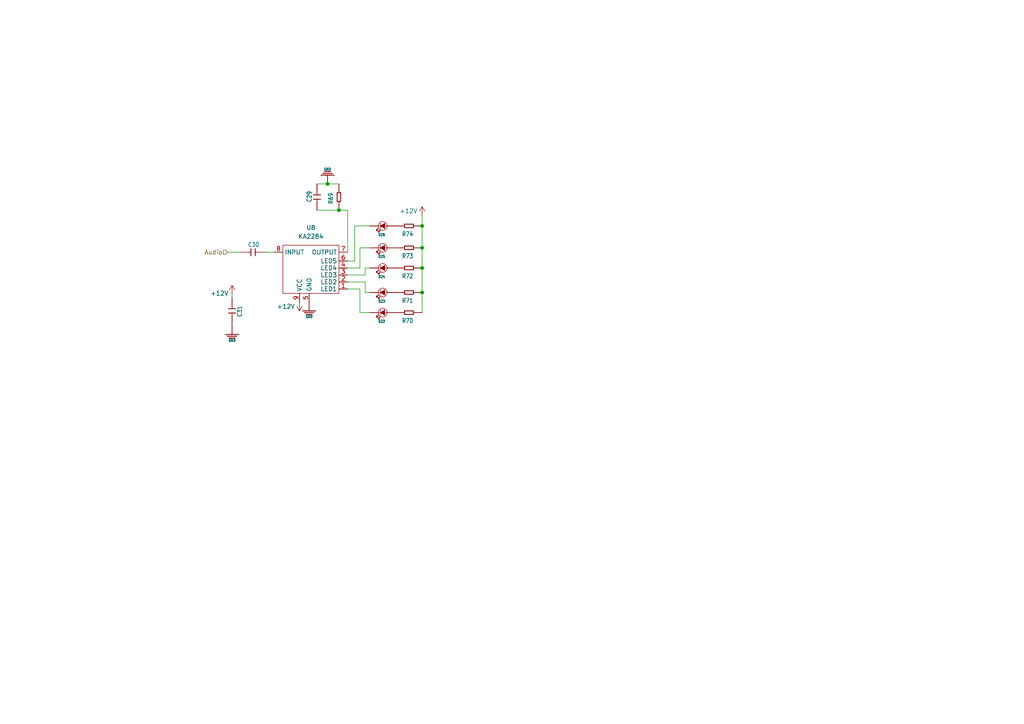
<source format=kicad_sch>
(kicad_sch (version 20211123) (generator eeschema)
  (paper "A4")
  (lib_symbols
    (symbol "TINRS - Wobbler (pico)sch-eagle-import:C-0603"
      (property "Reference" "C" (at -3.81 0 0))
      (property "Value" "C-0603" (at 0 0 0))
      (symbol "C-0603_1_0"
        (polyline (pts (xy -1.27 0) (xy -0.635 0)) (stroke (width 0.1524)))
        (polyline (pts (xy -0.635 -1.016) (xy -0.635 0)) (stroke (width 0.254)))
        (polyline (pts (xy -0.635 0) (xy -0.635 1.016)) (stroke (width 0.254)))
        (polyline (pts (xy 0.635 0) (xy 0.635 -1.016)) (stroke (width 0.254)))
        (polyline (pts (xy 0.635 0) (xy 1.27 0)) (stroke (width 0.1524)))
        (polyline (pts (xy 0.635 1.016) (xy 0.635 0)) (stroke (width 0.254)))
        (pin passive line (at -3.81 0 0) (length 2.54) (name "1") (number "1"))
        (pin passive line (at 3.81 0 180) (length 2.54) (name "2") (number "2"))
      )
    )
    (symbol "TINRS - Wobbler (pico)sch-eagle-import:GND" (power)
      (property "Value" "GND" (at 0 -1.27 0))
      (symbol "GND_1_0"
        (polyline (pts (xy -1.905 0) (xy 1.905 0)) (stroke (width 0.254)))
        (polyline (pts (xy -1.397 -0.508) (xy 1.397 -0.508)) (stroke (width 0.254)))
        (polyline (pts (xy -0.889 -1.016) (xy 0.889 -1.016)) (stroke (width 0.254)))
        (pin power_in line (at 0 2.54 270) (length 2.54) (name "GND") (number "1"))
      )
    )
    (symbol "TINRS - Wobbler (pico)sch-eagle-import:LED3MM"
      (property "Reference" "D" (at -2.54 1.27 0))
      (symbol "LED3MM_1_0"
        (polyline (pts (xy -1.27 0) (xy 0.635 0)) (stroke (width 0.1524)))
        (polyline (pts (xy -0.635 -0.762) (xy -0.635 0.762)) (stroke (width 0.0508)))
        (polyline (pts (xy -0.635 0.762) (xy 0.635 0)) (stroke (width 0.0508)))
        (polyline (pts (xy 0.635 0) (xy -0.635 -0.762)) (stroke (width 0.0508)))
        (polyline (pts (xy 0.635 0) (xy 0.635 -0.762)) (stroke (width 0.1524)))
        (polyline (pts (xy 0.635 0) (xy 1.27 0)) (stroke (width 0.1524)))
        (polyline (pts (xy 0.635 0.762) (xy 0.635 0)) (stroke (width 0.1524)))
        (polyline (pts (xy 0.762 1.27) (xy 1.27 1.778)) (stroke (width 0.254)))
        (polyline (pts (xy 1.016 1.778) (xy 1.27 1.524)) (stroke (width 0.254)))
        (polyline (pts (xy 1.27 0.762) (xy 1.778 1.27)) (stroke (width 0.254)))
        (polyline (pts (xy 1.27 1.524) (xy 1.27 1.778)) (stroke (width 0.254)))
        (polyline (pts (xy 1.27 1.778) (xy 1.016 1.778)) (stroke (width 0.254)))
        (polyline (pts (xy 1.524 1.27) (xy 1.778 1.016)) (stroke (width 0.254)))
        (polyline (pts (xy 1.778 1.016) (xy 1.778 1.27)) (stroke (width 0.254)))
        (polyline (pts (xy 1.778 1.27) (xy 1.524 1.27)) (stroke (width 0.254)))
        (polyline (pts (xy -0.635 0.762) (xy 0.635 0) (xy -0.635 -0.762)) (fill (type outline)))
        (circle (center 0 0) (radius 1.27) (stroke (width 0.1524)))
        (pin passive line (at 3.81 0 180) (length 2.54) (name "K") (number "1"))
        (pin passive line (at -3.81 0 0) (length 2.54) (name "A") (number "2"))
      )
    )
    (symbol "TINRS - Wobbler (pico)sch-eagle-import:R-0603"
      (property "Reference" "R" (at -3.81 0 0))
      (property "Value" "R-0603" (at 2.54 0 0))
      (symbol "R-0603_1_0"
        (polyline (pts (xy -1.27 -0.508) (xy -1.27 0.508)) (stroke (width 0.254)))
        (polyline (pts (xy -1.27 0.508) (xy 1.27 0.508)) (stroke (width 0.254)))
        (polyline (pts (xy 1.27 -0.508) (xy -1.27 -0.508)) (stroke (width 0.254)))
        (polyline (pts (xy 1.27 0.508) (xy 1.27 -0.508)) (stroke (width 0.254)))
        (pin passive line (at -3.81 0 0) (length 2.54) (name "1") (number "1"))
        (pin passive line (at 3.81 0 180) (length 2.54) (name "2") (number "2"))
      )
    )
    (symbol "VUMeter:KA2284"
      (property "Reference" "U" (at -7.112 9.398 0))
      (property "Value" "KA2284" (at -4.318 11.43 0))
      (symbol "KA2284_0_1"
        (rectangle (start -10.16 16.256) (end 6.096 2.286))
      )
      (symbol "KA2284_1_1"
        (pin output line (at 8.636 3.556 180) (length 2.54) (name "LED1") (number "1"))
        (pin output line (at 8.636 5.588 180) (length 2.54) (name "LED2") (number "2"))
        (pin output line (at 8.636 7.62 180) (length 2.54) (name "LED3") (number "3"))
        (pin output line (at 8.636 9.652 180) (length 2.54) (name "LED4") (number "4"))
        (pin power_in line (at -2.54 -0.254 90) (length 2.54) (name "GND") (number "5"))
        (pin output line (at 8.636 11.684 180) (length 2.54) (name "LED5") (number "6"))
        (pin output line (at 8.636 14.224 180) (length 2.54) (name "OUTPUT") (number "7"))
        (pin input line (at -12.7 14.224 0) (length 2.54) (name "INPUT") (number "8"))
        (pin power_in line (at -5.334 -0.254 90) (length 2.54) (name "VCC") (number "9"))
      )
    )
    (symbol "power:+12V" (power) (pin_names (offset 0))
      (property "Value" "+12V" (at 0 3.556 0))
      (symbol "+12V_0_1"
        (polyline (pts (xy -0.762 1.27) (xy 0 2.54)))
        (polyline (pts (xy 0 0) (xy 0 2.54)))
        (polyline (pts (xy 0 2.54) (xy 0.762 1.27)))
      )
      (symbol "+12V_1_1"
        (pin power_in line (at 0 0 90) (length 0) hide (name "+12V") (number "1"))
      )
    )
  )
  (junction (at 122.428 77.724))
  (junction (at 94.996 53.34))
  (junction (at 122.428 65.532))
  (junction (at 122.428 71.882))
  (junction (at 122.428 84.836))
  (junction (at 98.298 60.96))
  (wire (pts (xy 122.428 65.532) (xy 122.428 71.882)))
  (wire (pts (xy 122.428 62.484) (xy 122.428 65.532)))
  (wire (pts (xy 102.87 65.532) (xy 107.188 65.532)))
  (wire (pts (xy 107.188 84.836) (xy 105.918 84.836)))
  (wire (pts (xy 66.04 73.152) (xy 69.596 73.152)))
  (wire (pts (xy 122.428 84.836) (xy 122.428 77.724)))
  (wire (pts (xy 100.838 75.692) (xy 102.87 75.692)))
  (wire (pts (xy 105.918 79.756) (xy 105.918 77.724)))
  (wire (pts (xy 67.31 93.98) (xy 67.31 94.488)))
  (wire (pts (xy 100.838 79.756) (xy 105.918 79.756)))
  (wire (pts (xy 105.918 81.788) (xy 105.918 84.836)))
  (wire (pts (xy 77.216 73.152) (xy 79.502 73.152)))
  (wire (pts (xy 104.394 83.82) (xy 100.838 83.82)))
  (wire (pts (xy 102.87 75.692) (xy 102.87 65.532)))
  (wire (pts (xy 100.838 73.152) (xy 100.838 60.96)))
  (wire (pts (xy 122.428 77.724) (xy 122.428 71.882)))
  (wire (pts (xy 105.918 77.724) (xy 107.188 77.724)))
  (wire (pts (xy 122.428 90.678) (xy 122.428 84.836)))
  (wire (pts (xy 107.188 90.678) (xy 104.394 90.678)))
  (wire (pts (xy 98.298 60.96) (xy 91.948 60.96)))
  (wire (pts (xy 100.838 60.96) (xy 98.298 60.96)))
  (wire (pts (xy 94.996 53.34) (xy 98.298 53.34)))
  (wire (pts (xy 100.838 77.724) (xy 104.394 77.724)))
  (wire (pts (xy 100.838 81.788) (xy 105.918 81.788)))
  (wire (pts (xy 104.394 71.882) (xy 107.188 71.882)))
  (wire (pts (xy 104.394 77.724) (xy 104.394 71.882)))
  (wire (pts (xy 104.394 83.82) (xy 104.394 90.678)))
  (wire (pts (xy 91.948 53.34) (xy 94.996 53.34)))
  (wire (pts (xy 67.31 86.36) (xy 67.31 85.344)))
  (hierarchical_label "Audio" (shape input) (at 66.04 73.152 180))
  (symbol (lib_id "TINRS - Wobbler (pico)sch-eagle-import:GND") (at 94.996 50.8 180) (unit 1)
    (property "Reference" "#GND0153" (effects hide))
    (property "Value" "GND" (at 94.996 49.53 0) (effects (font (size 0.762 0.6477)) (justify top)))
  )
  (symbol (lib_id "TINRS - Wobbler (pico)sch-eagle-import:LED3MM") (at 110.998 84.836 180) (unit 1)
    (property "Reference" "D23" (at 110.7186 87.376 0) (effects (font (size 0.762 0.6477))))
    (property "Value" "LED3MM" (effects hide))
    (property "Footprint" "TINRS - Wobbler (pico)sch:3MMLED" (effects hide))
  )
  (symbol (lib_id "power:+12V") (at 122.428 62.484 0) (mirror y) (unit 1)
    (property "Reference" "#PWR0130" (effects hide))
    (property "Value" "+12V" (at 115.824 61.214 0) (effects (justify right)))
  )
  (symbol (lib_id "TINRS - Wobbler (pico)sch-eagle-import:R-0603") (at 118.618 71.882 0) (mirror y) (unit 1)
    (property "Reference" "R73" (at 119.888 74.93 0) (effects (font (size 1.27 1.0795)) (justify left bottom)))
    (property "Value" "68" (at 120.142 70.612 0) (effects (font (size 1.27 1.0795)) (justify left bottom)))
    (property "Footprint" "Resistor_SMD:R_0402_1005Metric" (effects hide))
    (property "Value" "unknown" (effects hide))
  )
  (symbol (lib_id "TINRS - Wobbler (pico)sch-eagle-import:C-0603") (at 67.31 90.17 270) (unit 1)
    (property "Reference" "C31" (at 68.834 88.646 0) (effects (font (size 1.27 1.0795)) (justify left bottom)))
    (property "Value" "100n" (at 63.5 87.63 0) (effects (font (size 1.27 1.0795)) (justify left bottom)))
    (property "Footprint" "Capacitor_SMD:C_0402_1005Metric" (effects hide))
    (property "Value" "unknown" (effects hide))
  )
  (symbol (lib_id "power:+12V") (at 86.868 87.63 180) (unit 1)
    (property "Reference" "#PWR0129" (effects hide))
    (property "Value" "+12V" (at 80.264 88.9 0) (effects (justify right)))
  )
  (symbol (lib_id "TINRS - Wobbler (pico)sch-eagle-import:R-0603") (at 118.618 77.724 0) (mirror y) (unit 1)
    (property "Reference" "R72" (at 119.888 80.772 0) (effects (font (size 1.27 1.0795)) (justify left bottom)))
    (property "Value" "68" (at 120.142 76.454 0) (effects (font (size 1.27 1.0795)) (justify left bottom)))
    (property "Footprint" "Resistor_SMD:R_0402_1005Metric" (effects hide))
    (property "Value" "unknown" (effects hide))
  )
  (symbol (lib_id "TINRS - Wobbler (pico)sch-eagle-import:LED3MM") (at 110.998 77.724 180) (unit 1)
    (property "Reference" "D24" (at 110.7186 80.264 0) (effects (font (size 0.762 0.6477))))
    (property "Value" "LED3MM" (effects hide))
    (property "Footprint" "TINRS - Wobbler (pico)sch:3MMLED" (effects hide))
  )
  (symbol (lib_id "power:+12V") (at 67.31 85.344 0) (unit 1)
    (property "Reference" "#PWR0128" (effects hide))
    (property "Value" "+12V" (at 66.294 85.09 0) (effects (justify right)))
  )
  (symbol (lib_id "VUMeter:KA2284") (at 92.202 87.376 0) (unit 1)
    (property "Reference" "U8" (at 90.17 66.04 0))
    (property "Value" "KA2284" (at 90.17 68.58 0))
    (property "Footprint" "Package_SIP:SIP9_Housing" (effects hide))
  )
  (symbol (lib_id "TINRS - Wobbler (pico)sch-eagle-import:GND") (at 67.31 97.028 0) (unit 1)
    (property "Reference" "#GND0151" (effects hide))
    (property "Value" "GND" (at 67.31 98.298 0) (effects (font (size 0.762 0.6477)) (justify top)))
  )
  (symbol (lib_id "TINRS - Wobbler (pico)sch-eagle-import:GND") (at 89.662 90.17 0) (unit 1)
    (property "Reference" "#GND0152" (effects hide))
    (property "Value" "GND" (at 89.662 91.44 0) (effects (font (size 0.762 0.6477)) (justify top)))
  )
  (symbol (lib_id "TINRS - Wobbler (pico)sch-eagle-import:R-0603") (at 98.298 57.15 270) (unit 1)
    (property "Reference" "R69" (at 95.25 55.88 0) (effects (font (size 1.27 1.0795)) (justify left bottom)))
    (property "Value" "10k" (at 99.568 55.626 0) (effects (font (size 1.27 1.0795)) (justify left bottom)))
    (property "Footprint" "Resistor_SMD:R_0402_1005Metric" (effects hide))
    (property "Value" "unknown" (effects hide))
  )
  (symbol (lib_id "TINRS - Wobbler (pico)sch-eagle-import:C-0603") (at 91.948 57.15 90) (unit 1)
    (property "Reference" "C29" (at 90.424 58.674 0) (effects (font (size 1.27 1.0795)) (justify left bottom)))
    (property "Value" "10u" (at 95.758 59.69 0) (effects (font (size 1.27 1.0795)) (justify left bottom)))
    (property "Footprint" "Capacitor_SMD:C_0603_1608Metric" (effects hide))
    (property "Value" "unknown" (effects hide))
  )
  (symbol (lib_id "TINRS - Wobbler (pico)sch-eagle-import:R-0603") (at 118.618 65.532 0) (mirror y) (unit 1)
    (property "Reference" "R74" (at 119.888 68.58 0) (effects (font (size 1.27 1.0795)) (justify left bottom)))
    (property "Value" "68" (at 120.142 64.262 0) (effects (font (size 1.27 1.0795)) (justify left bottom)))
    (property "Footprint" "Resistor_SMD:R_0402_1005Metric" (effects hide))
    (property "Value" "unknown" (effects hide))
  )
  (symbol (lib_id "TINRS - Wobbler (pico)sch-eagle-import:C-0603") (at 73.406 73.152 0) (unit 1)
    (property "Reference" "C30" (at 71.882 71.628 0) (effects (font (size 1.27 1.0795)) (justify left bottom)))
    (property "Value" "2.2u" (at 70.866 76.962 0) (effects (font (size 1.27 1.0795)) (justify left bottom)))
    (property "Footprint" "Capacitor_SMD:C_0603_1608Metric" (effects hide))
    (property "Value" "unknown" (effects hide))
  )
  (symbol (lib_id "TINRS - Wobbler (pico)sch-eagle-import:R-0603") (at 118.618 84.836 0) (mirror y) (unit 1)
    (property "Reference" "R71" (at 119.888 87.884 0) (effects (font (size 1.27 1.0795)) (justify left bottom)))
    (property "Value" "68" (at 120.142 83.566 0) (effects (font (size 1.27 1.0795)) (justify left bottom)))
    (property "Footprint" "Resistor_SMD:R_0402_1005Metric" (effects hide))
    (property "Value" "unknown" (effects hide))
  )
  (symbol (lib_id "TINRS - Wobbler (pico)sch-eagle-import:LED3MM") (at 110.998 90.678 180) (unit 1)
    (property "Reference" "D22" (at 110.7186 93.218 0) (effects (font (size 0.762 0.6477))))
    (property "Value" "LED3MM" (effects hide))
    (property "Footprint" "TINRS - Wobbler (pico)sch:3MMLED" (effects hide))
  )
  (symbol (lib_id "TINRS - Wobbler (pico)sch-eagle-import:LED3MM") (at 110.998 65.532 180) (unit 1)
    (property "Reference" "D26" (at 110.7186 68.072 0) (effects (font (size 0.762 0.6477))))
    (property "Value" "LED3MM" (effects hide))
    (property "Footprint" "TINRS - Wobbler (pico)sch:3MMLED" (effects hide))
  )
  (symbol (lib_id "TINRS - Wobbler (pico)sch-eagle-import:LED3MM") (at 110.998 71.882 180) (unit 1)
    (property "Reference" "D25" (at 110.7186 74.422 0) (effects (font (size 0.762 0.6477))))
    (property "Value" "LED3MM" (effects hide))
    (property "Footprint" "TINRS - Wobbler (pico)sch:3MMLED" (effects hide))
  )
  (symbol (lib_id "TINRS - Wobbler (pico)sch-eagle-import:R-0603") (at 118.618 90.678 0) (mirror y) (unit 1)
    (property "Reference" "R70" (at 119.888 93.726 0) (effects (font (size 1.27 1.0795)) (justify left bottom)))
    (property "Value" "68" (at 120.142 89.408 0) (effects (font (size 1.27 1.0795)) (justify left bottom)))
    (property "Footprint" "Resistor_SMD:R_0402_1005Metric" (effects hide))
    (property "Value" "unknown" (effects hide))
  )
)
</source>
